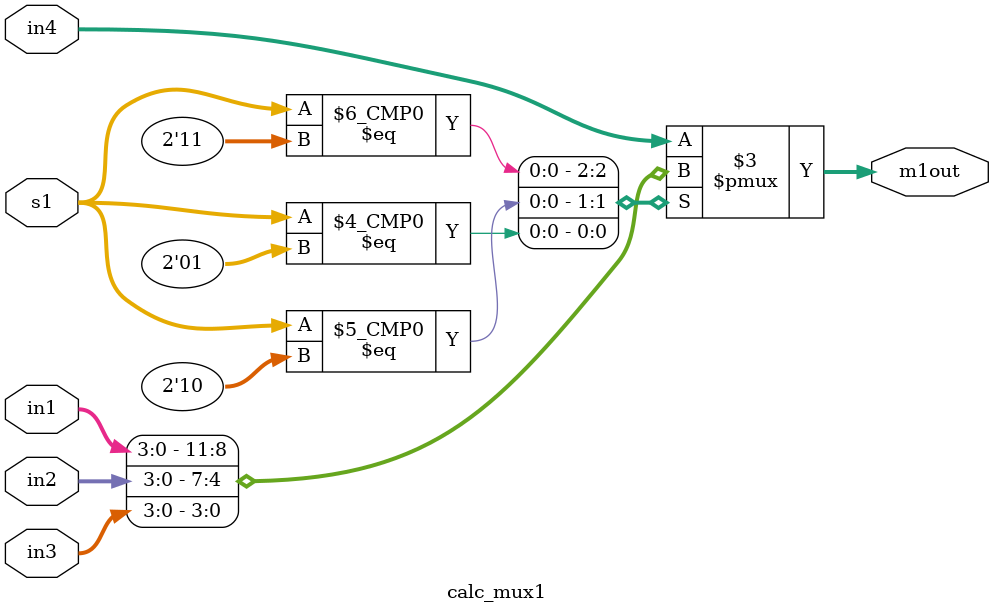
<source format=v>
`timescale 1ns / 1ps

module calc_mux1(in1, in2, in3, in4, s1, m1out);
input [3:0] in1, in2, in3, in4;
input [1:0] s1;
output reg [3:0] m1out;
always @ (in1, in2, in3, in4, s1)
begin
case (s1)
2'b11: m1out = in1;
2'b10: m1out = in2;
2'b01: m1out = in3;
default: m1out = in4; // 2'b00
endcase
end
endmodule

</source>
